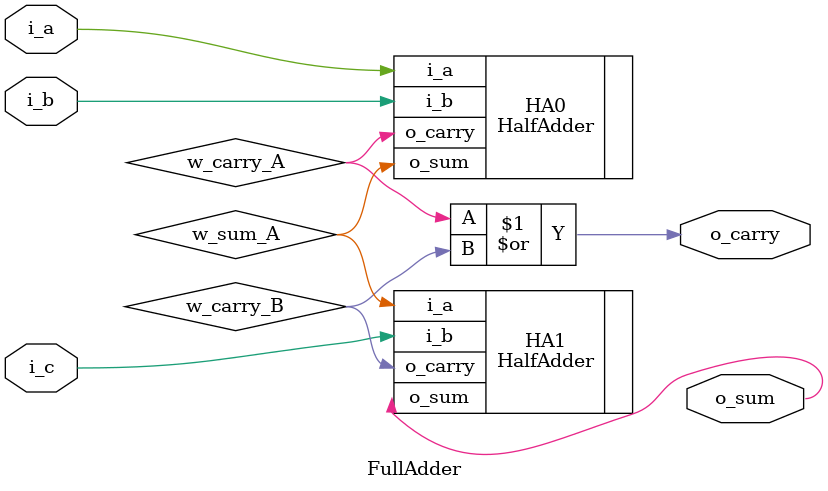
<source format=v>
`timescale 1ns / 1ps

module FullAdder(
    input i_a, i_b, i_c,

    output o_sum, o_carry
    );

    wire w_sum_A, w_carry_A, w_carry_B;

    HalfAdder HA0(
    .i_a(i_a),              // .매개변수(입력값)
    .i_b(i_b),
    .o_sum(w_sum_A),          // 선으로 연결  
    .o_carry(w_carry_A)
    );

    HalfAdder HA1(
    .i_a(w_sum_A),
    .i_b(i_c),
    .o_sum(o_sum),
    .o_carry(w_carry_B)
    );

    assign o_carry = w_carry_A | w_carry_B;
endmodule

</source>
